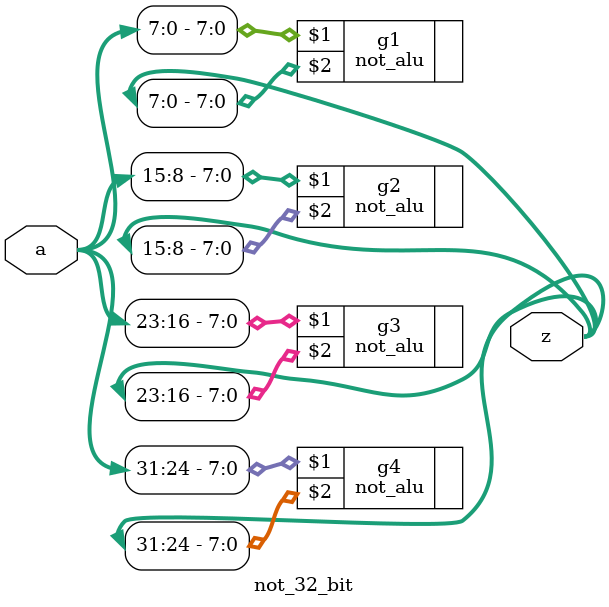
<source format=v>
`timescale 1ns / 1ps


module not_32_bit(a,z
    );
    input [31:0] a;
    output wire [31:0] z;
    not_alu g1(a[7:0],z[7:0]);
    not_alu g2(a[15:8],z[15:8]);
    not_alu g3(a[23:16],z[23:16]);
    not_alu g4(a[31:24],z[31:24]);
    
endmodule

</source>
